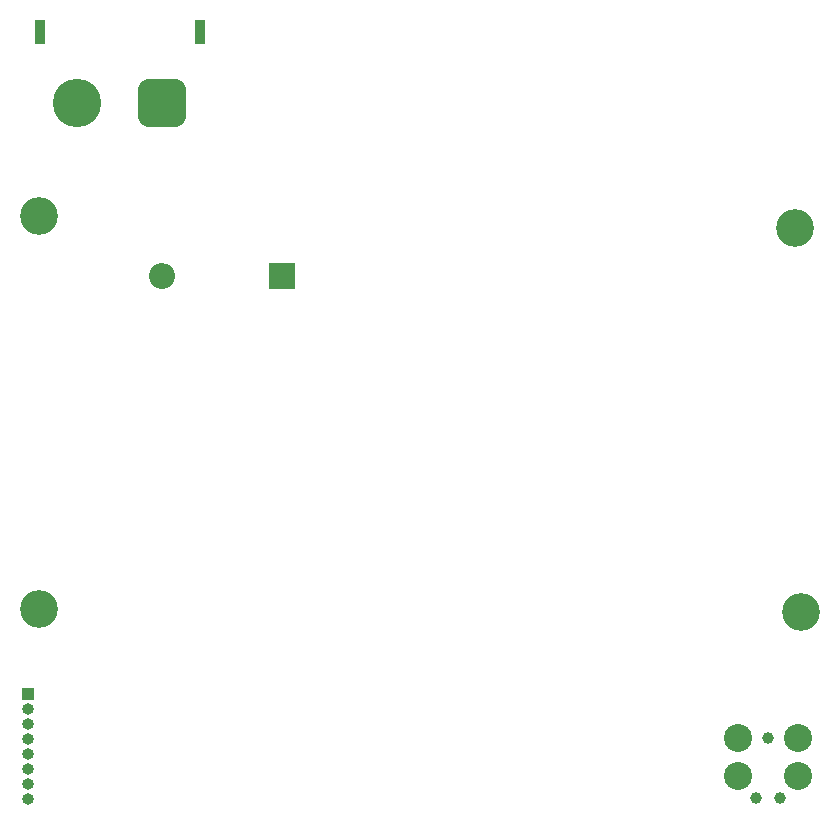
<source format=gbr>
%TF.GenerationSoftware,KiCad,Pcbnew,(6.0.7)*%
%TF.CreationDate,2023-02-12T17:10:21-05:00*%
%TF.ProjectId,PDB,5044422e-6b69-4636-9164-5f7063625858,rev?*%
%TF.SameCoordinates,Original*%
%TF.FileFunction,Soldermask,Bot*%
%TF.FilePolarity,Negative*%
%FSLAX46Y46*%
G04 Gerber Fmt 4.6, Leading zero omitted, Abs format (unit mm)*
G04 Created by KiCad (PCBNEW (6.0.7)) date 2023-02-12 17:10:21*
%MOMM*%
%LPD*%
G01*
G04 APERTURE LIST*
G04 Aperture macros list*
%AMRoundRect*
0 Rectangle with rounded corners*
0 $1 Rounding radius*
0 $2 $3 $4 $5 $6 $7 $8 $9 X,Y pos of 4 corners*
0 Add a 4 corners polygon primitive as box body*
4,1,4,$2,$3,$4,$5,$6,$7,$8,$9,$2,$3,0*
0 Add four circle primitives for the rounded corners*
1,1,$1+$1,$2,$3*
1,1,$1+$1,$4,$5*
1,1,$1+$1,$6,$7*
1,1,$1+$1,$8,$9*
0 Add four rect primitives between the rounded corners*
20,1,$1+$1,$2,$3,$4,$5,0*
20,1,$1+$1,$4,$5,$6,$7,0*
20,1,$1+$1,$6,$7,$8,$9,0*
20,1,$1+$1,$8,$9,$2,$3,0*%
G04 Aperture macros list end*
%ADD10R,1.000000X1.000000*%
%ADD11O,1.000000X1.000000*%
%ADD12R,2.200000X2.200000*%
%ADD13O,2.200000X2.200000*%
%ADD14C,3.200000*%
%ADD15C,2.374900*%
%ADD16C,0.990600*%
%ADD17R,0.900000X2.000000*%
%ADD18RoundRect,1.025000X-1.025000X-1.025000X1.025000X-1.025000X1.025000X1.025000X-1.025000X1.025000X0*%
%ADD19C,4.100000*%
G04 APERTURE END LIST*
D10*
%TO.C,J102*%
X77585000Y-134488000D03*
D11*
X77585000Y-135758000D03*
X77585000Y-137028000D03*
X77585000Y-138298000D03*
X77585000Y-139568000D03*
X77585000Y-140838000D03*
X77585000Y-142108000D03*
X77585000Y-143378000D03*
%TD*%
D12*
%TO.C,D101*%
X99060000Y-99060000D03*
D13*
X88900000Y-99060000D03*
%TD*%
D14*
%TO.C,*%
X142494000Y-94996000D03*
%TD*%
%TO.C,M3*%
X78486000Y-93980000D03*
%TD*%
D15*
%TO.C,J104*%
X137668000Y-141351000D03*
X142748000Y-138176000D03*
D16*
X139192000Y-143256000D03*
D15*
X137668000Y-138176000D03*
D16*
X140208000Y-138176000D03*
D15*
X142748000Y-141351000D03*
D16*
X141224000Y-143256000D03*
%TD*%
D14*
%TO.C,*%
X143002000Y-127508000D03*
%TD*%
%TO.C,*%
X78486000Y-127254000D03*
%TD*%
D17*
%TO.C,J101*%
X78594000Y-78374000D03*
X92094000Y-78374000D03*
D18*
X88944000Y-84374000D03*
D19*
X81744000Y-84374000D03*
%TD*%
M02*

</source>
